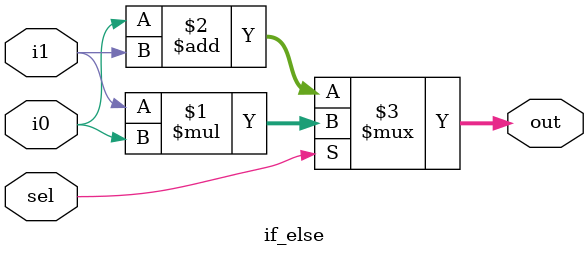
<source format=v>
module if_else(i0, i1, sel, out);
    input i0, i1, sel;
    output [1:0] out;

    assign out = sel ? (i1 * i0) : (i0 + i1);
endmodule
</source>
